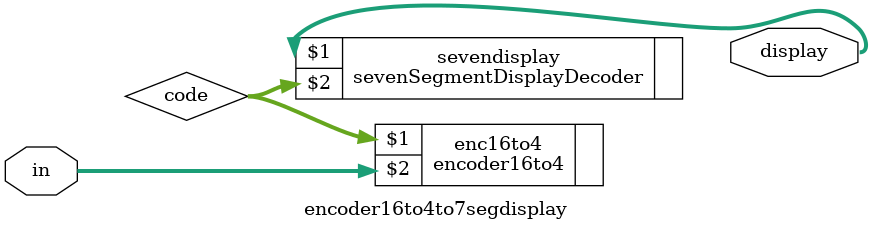
<source format=v>
/* 模組名稱：encoder16to4to7segdisplay
   著作權宣告：copyright 2012 林博仁(pika1021@gmail.com)
   */
`ifndef ENC16TO4TO7SEGDISPLAY
	`define ENC16TO4TO7SEGDISPLAY
	`timescale 1ns / 100ps
	`include "Source_code/encoder16to4/encoder16to4.v"
	`include "Source_code/sevenSegmentDisplayDecoder/sevenSegmentDisplayDecoder.v"

	module encoder16to4to7segdisplay(display, in);
		input [15:0]in;
		output [6:0]display;
		wire [3:0]code;
		
		encoder16to4 enc16to4(code, in);
		sevenSegmentDisplayDecoder sevendisplay(display, code);
	endmodule
`endif
</source>
